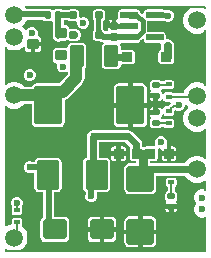
<source format=gtl>
G04*
G04 #@! TF.GenerationSoftware,Altium Limited,Altium Designer,24.1.2 (44)*
G04*
G04 Layer_Physical_Order=1*
G04 Layer_Color=255*
%FSLAX25Y25*%
%MOIN*%
G70*
G04*
G04 #@! TF.SameCoordinates,64876319-8F7E-4D7F-B011-834D707076D5*
G04*
G04*
G04 #@! TF.FilePolarity,Positive*
G04*
G01*
G75*
%ADD12C,0.00787*%
%ADD14C,0.01968*%
%ADD15C,0.01575*%
G04:AMPARAMS|DCode=19|XSize=86.61mil|YSize=90.55mil|CornerRadius=8.66mil|HoleSize=0mil|Usage=FLASHONLY|Rotation=270.000|XOffset=0mil|YOffset=0mil|HoleType=Round|Shape=RoundedRectangle|*
%AMROUNDEDRECTD19*
21,1,0.08661,0.07323,0,0,270.0*
21,1,0.06929,0.09055,0,0,270.0*
1,1,0.01732,-0.03661,-0.03465*
1,1,0.01732,-0.03661,0.03465*
1,1,0.01732,0.03661,0.03465*
1,1,0.01732,0.03661,-0.03465*
%
%ADD19ROUNDEDRECTD19*%
G04:AMPARAMS|DCode=20|XSize=94.49mil|YSize=129.92mil|CornerRadius=9.45mil|HoleSize=0mil|Usage=FLASHONLY|Rotation=0.000|XOffset=0mil|YOffset=0mil|HoleType=Round|Shape=RoundedRectangle|*
%AMROUNDEDRECTD20*
21,1,0.09449,0.11102,0,0,0.0*
21,1,0.07559,0.12992,0,0,0.0*
1,1,0.01890,0.03780,-0.05551*
1,1,0.01890,-0.03780,-0.05551*
1,1,0.01890,-0.03780,0.05551*
1,1,0.01890,0.03780,0.05551*
%
%ADD20ROUNDEDRECTD20*%
G04:AMPARAMS|DCode=21|XSize=74.8mil|YSize=98.43mil|CornerRadius=7.48mil|HoleSize=0mil|Usage=FLASHONLY|Rotation=0.000|XOffset=0mil|YOffset=0mil|HoleType=Round|Shape=RoundedRectangle|*
%AMROUNDEDRECTD21*
21,1,0.07480,0.08346,0,0,0.0*
21,1,0.05984,0.09843,0,0,0.0*
1,1,0.01496,0.02992,-0.04173*
1,1,0.01496,-0.02992,-0.04173*
1,1,0.01496,-0.02992,0.04173*
1,1,0.01496,0.02992,0.04173*
%
%ADD21ROUNDEDRECTD21*%
G04:AMPARAMS|DCode=22|XSize=78.74mil|YSize=66.93mil|CornerRadius=6.69mil|HoleSize=0mil|Usage=FLASHONLY|Rotation=180.000|XOffset=0mil|YOffset=0mil|HoleType=Round|Shape=RoundedRectangle|*
%AMROUNDEDRECTD22*
21,1,0.07874,0.05354,0,0,180.0*
21,1,0.06535,0.06693,0,0,180.0*
1,1,0.01339,-0.03268,0.02677*
1,1,0.01339,0.03268,0.02677*
1,1,0.01339,0.03268,-0.02677*
1,1,0.01339,-0.03268,-0.02677*
%
%ADD22ROUNDEDRECTD22*%
G04:AMPARAMS|DCode=23|XSize=35.43mil|YSize=37.4mil|CornerRadius=3.54mil|HoleSize=0mil|Usage=FLASHONLY|Rotation=90.000|XOffset=0mil|YOffset=0mil|HoleType=Round|Shape=RoundedRectangle|*
%AMROUNDEDRECTD23*
21,1,0.03543,0.03032,0,0,90.0*
21,1,0.02835,0.03740,0,0,90.0*
1,1,0.00709,0.01516,0.01417*
1,1,0.00709,0.01516,-0.01417*
1,1,0.00709,-0.01516,-0.01417*
1,1,0.00709,-0.01516,0.01417*
%
%ADD23ROUNDEDRECTD23*%
G04:AMPARAMS|DCode=24|XSize=35.43mil|YSize=37.4mil|CornerRadius=3.54mil|HoleSize=0mil|Usage=FLASHONLY|Rotation=90.000|XOffset=0mil|YOffset=0mil|HoleType=Round|Shape=RoundedRectangle|*
%AMROUNDEDRECTD24*
21,1,0.03543,0.03032,0,0,90.0*
21,1,0.02835,0.03740,0,0,90.0*
1,1,0.00709,0.01516,0.01417*
1,1,0.00709,0.01516,-0.01417*
1,1,0.00709,-0.01516,-0.01417*
1,1,0.00709,-0.01516,0.01417*
%
%ADD24ROUNDEDRECTD24*%
G04:AMPARAMS|DCode=25|XSize=21.65mil|YSize=57.09mil|CornerRadius=2.17mil|HoleSize=0mil|Usage=FLASHONLY|Rotation=270.000|XOffset=0mil|YOffset=0mil|HoleType=Round|Shape=RoundedRectangle|*
%AMROUNDEDRECTD25*
21,1,0.02165,0.05276,0,0,270.0*
21,1,0.01732,0.05709,0,0,270.0*
1,1,0.00433,-0.02638,-0.00866*
1,1,0.00433,-0.02638,0.00866*
1,1,0.00433,0.02638,0.00866*
1,1,0.00433,0.02638,-0.00866*
%
%ADD25ROUNDEDRECTD25*%
G04:AMPARAMS|DCode=26|XSize=21.65mil|YSize=57.09mil|CornerRadius=2.17mil|HoleSize=0mil|Usage=FLASHONLY|Rotation=270.000|XOffset=0mil|YOffset=0mil|HoleType=Round|Shape=RoundedRectangle|*
%AMROUNDEDRECTD26*
21,1,0.02165,0.05276,0,0,270.0*
21,1,0.01732,0.05709,0,0,270.0*
1,1,0.00433,-0.02638,-0.00866*
1,1,0.00433,-0.02638,0.00866*
1,1,0.00433,0.02638,0.00866*
1,1,0.00433,0.02638,-0.00866*
%
%ADD26ROUNDEDRECTD26*%
G04:AMPARAMS|DCode=27|XSize=35.83mil|YSize=33.47mil|CornerRadius=3.35mil|HoleSize=0mil|Usage=FLASHONLY|Rotation=0.000|XOffset=0mil|YOffset=0mil|HoleType=Round|Shape=RoundedRectangle|*
%AMROUNDEDRECTD27*
21,1,0.03583,0.02677,0,0,0.0*
21,1,0.02913,0.03347,0,0,0.0*
1,1,0.00669,0.01457,-0.01339*
1,1,0.00669,-0.01457,-0.01339*
1,1,0.00669,-0.01457,0.01339*
1,1,0.00669,0.01457,0.01339*
%
%ADD27ROUNDEDRECTD27*%
G04:AMPARAMS|DCode=28|XSize=70.87mil|YSize=45.28mil|CornerRadius=4.53mil|HoleSize=0mil|Usage=FLASHONLY|Rotation=90.000|XOffset=0mil|YOffset=0mil|HoleType=Round|Shape=RoundedRectangle|*
%AMROUNDEDRECTD28*
21,1,0.07087,0.03622,0,0,90.0*
21,1,0.06181,0.04528,0,0,90.0*
1,1,0.00906,0.01811,0.03091*
1,1,0.00906,0.01811,-0.03091*
1,1,0.00906,-0.01811,-0.03091*
1,1,0.00906,-0.01811,0.03091*
%
%ADD28ROUNDEDRECTD28*%
G04:AMPARAMS|DCode=29|XSize=33.47mil|YSize=33.47mil|CornerRadius=3.35mil|HoleSize=0mil|Usage=FLASHONLY|Rotation=0.000|XOffset=0mil|YOffset=0mil|HoleType=Round|Shape=RoundedRectangle|*
%AMROUNDEDRECTD29*
21,1,0.03347,0.02677,0,0,0.0*
21,1,0.02677,0.03347,0,0,0.0*
1,1,0.00669,0.01339,-0.01339*
1,1,0.00669,-0.01339,-0.01339*
1,1,0.00669,-0.01339,0.01339*
1,1,0.00669,0.01339,0.01339*
%
%ADD29ROUNDEDRECTD29*%
G04:AMPARAMS|DCode=30|XSize=15.75mil|YSize=19.68mil|CornerRadius=1.58mil|HoleSize=0mil|Usage=FLASHONLY|Rotation=270.000|XOffset=0mil|YOffset=0mil|HoleType=Round|Shape=RoundedRectangle|*
%AMROUNDEDRECTD30*
21,1,0.01575,0.01654,0,0,270.0*
21,1,0.01260,0.01968,0,0,270.0*
1,1,0.00315,-0.00827,-0.00630*
1,1,0.00315,-0.00827,0.00630*
1,1,0.00315,0.00827,0.00630*
1,1,0.00315,0.00827,-0.00630*
%
%ADD30ROUNDEDRECTD30*%
G04:AMPARAMS|DCode=31|XSize=23.62mil|YSize=23.62mil|CornerRadius=2.36mil|HoleSize=0mil|Usage=FLASHONLY|Rotation=90.000|XOffset=0mil|YOffset=0mil|HoleType=Round|Shape=RoundedRectangle|*
%AMROUNDEDRECTD31*
21,1,0.02362,0.01890,0,0,90.0*
21,1,0.01890,0.02362,0,0,90.0*
1,1,0.00472,0.00945,0.00945*
1,1,0.00472,0.00945,-0.00945*
1,1,0.00472,-0.00945,-0.00945*
1,1,0.00472,-0.00945,0.00945*
%
%ADD31ROUNDEDRECTD31*%
G04:AMPARAMS|DCode=32|XSize=19.68mil|YSize=23.62mil|CornerRadius=1.97mil|HoleSize=0mil|Usage=FLASHONLY|Rotation=0.000|XOffset=0mil|YOffset=0mil|HoleType=Round|Shape=RoundedRectangle|*
%AMROUNDEDRECTD32*
21,1,0.01968,0.01968,0,0,0.0*
21,1,0.01575,0.02362,0,0,0.0*
1,1,0.00394,0.00787,-0.00984*
1,1,0.00394,-0.00787,-0.00984*
1,1,0.00394,-0.00787,0.00984*
1,1,0.00394,0.00787,0.00984*
%
%ADD32ROUNDEDRECTD32*%
G04:AMPARAMS|DCode=33|XSize=19.68mil|YSize=23.62mil|CornerRadius=1.97mil|HoleSize=0mil|Usage=FLASHONLY|Rotation=270.000|XOffset=0mil|YOffset=0mil|HoleType=Round|Shape=RoundedRectangle|*
%AMROUNDEDRECTD33*
21,1,0.01968,0.01968,0,0,270.0*
21,1,0.01575,0.02362,0,0,270.0*
1,1,0.00394,-0.00984,-0.00787*
1,1,0.00394,-0.00984,0.00787*
1,1,0.00394,0.00984,0.00787*
1,1,0.00394,0.00984,-0.00787*
%
%ADD33ROUNDEDRECTD33*%
%ADD51O,0.00787X0.05906*%
%ADD52O,0.00787X0.03937*%
%ADD53O,0.00787X0.40158*%
%ADD54O,0.66929X0.00787*%
%ADD55O,0.00787X0.18898*%
%ADD56O,0.00787X0.10236*%
%ADD57O,0.00787X0.12992*%
%ADD58O,0.60630X0.00787*%
%ADD59O,0.00787X0.01181*%
%ADD60C,0.02362*%
%ADD61C,0.03150*%
%ADD62C,0.03937*%
%ADD63C,0.02756*%
%ADD64C,0.02362*%
%ADD65C,0.05906*%
G36*
X62081Y81299D02*
X61196Y80788D01*
X60353Y79945D01*
X59757Y78913D01*
X59449Y77761D01*
Y76569D01*
X59757Y75418D01*
X60353Y74385D01*
X61196Y73542D01*
X62229Y72946D01*
X63380Y72638D01*
X64572D01*
X65724Y72946D01*
X66339Y73301D01*
X66929Y72960D01*
Y56174D01*
X66339Y55833D01*
X65724Y56187D01*
X64572Y56496D01*
X63380D01*
X62229Y56187D01*
X61196Y55591D01*
X60353Y54748D01*
X59757Y53716D01*
X59520Y52831D01*
X56127D01*
X56032Y52973D01*
X55719Y53182D01*
X55351Y53255D01*
X53697D01*
X53329Y53182D01*
X53016Y52973D01*
X52845Y52716D01*
X52803Y52714D01*
X52254Y52843D01*
X52178Y53227D01*
X51960Y53552D01*
Y53944D01*
X52409Y54444D01*
X53077D01*
X53329Y54276D01*
X53697Y54202D01*
X55351D01*
X55719Y54276D01*
X56032Y54484D01*
X56241Y54797D01*
X56314Y55166D01*
Y56425D01*
X56241Y56794D01*
X56032Y57107D01*
X55719Y57315D01*
X55351Y57389D01*
X53697D01*
X53329Y57315D01*
X53016Y57107D01*
X52846Y56852D01*
X52123D01*
X51960Y57096D01*
X51635Y57313D01*
X51251Y57390D01*
X49282D01*
X48898Y57313D01*
X48572Y57096D01*
X48355Y56770D01*
X48279Y56386D01*
Y54811D01*
X48355Y54427D01*
X48572Y54102D01*
Y53552D01*
X48355Y53227D01*
X48279Y52843D01*
D01*
X50266D01*
Y52055D01*
X51054D01*
Y50264D01*
X51251D01*
X51635Y50341D01*
X51960Y50558D01*
X52165Y50865D01*
X52253Y50879D01*
X52772Y50842D01*
X52807Y50663D01*
X53016Y50350D01*
X53329Y50142D01*
X53697Y50068D01*
X55137D01*
X55143Y50062D01*
X55350Y49478D01*
X54414Y48542D01*
X53697D01*
X53329Y48469D01*
X53016Y48260D01*
X52807Y47947D01*
X52772Y47768D01*
X52253Y47732D01*
X52165Y47746D01*
X51960Y48052D01*
X51635Y48270D01*
X51251Y48346D01*
X51054D01*
Y46555D01*
X50266D01*
Y45768D01*
X48279D01*
X48355Y45384D01*
X48572Y45058D01*
Y44509D01*
X48355Y44183D01*
X48279Y43799D01*
Y42224D01*
X48355Y41840D01*
X48572Y41515D01*
X48898Y41297D01*
X49282Y41221D01*
X51251D01*
X51635Y41297D01*
X51960Y41515D01*
X52090Y41709D01*
X52879D01*
X53016Y41504D01*
X53329Y41295D01*
X53697Y41222D01*
X55351D01*
X55719Y41295D01*
X56032Y41504D01*
X56241Y41816D01*
X56314Y42185D01*
Y43445D01*
X56241Y43813D01*
X56032Y44126D01*
X55719Y44335D01*
X55351Y44408D01*
X53697D01*
X53329Y44335D01*
X53016Y44126D01*
X53010Y44118D01*
X52191D01*
X52178Y44183D01*
X51960Y44509D01*
Y45058D01*
X52178Y45384D01*
X52254Y45768D01*
X52803Y45897D01*
X52845Y45894D01*
X53016Y45638D01*
X53329Y45429D01*
X53697Y45355D01*
X55351D01*
X55719Y45429D01*
X56032Y45638D01*
X56241Y45950D01*
X56314Y46319D01*
Y46957D01*
X56643Y47245D01*
X56779Y47339D01*
X57482Y47047D01*
X58266D01*
X58989Y47347D01*
X59543Y47901D01*
X59842Y48624D01*
Y48893D01*
X60109Y49047D01*
X60433Y49109D01*
X60913Y48629D01*
X61132Y48228D01*
X60913Y47827D01*
X60353Y47268D01*
X59757Y46236D01*
X59449Y45084D01*
Y43892D01*
X59757Y42741D01*
X60353Y41708D01*
X61196Y40865D01*
X62229Y40269D01*
X63380Y39961D01*
X64572D01*
X65724Y40269D01*
X66339Y40624D01*
X66929Y40283D01*
Y31764D01*
X66339Y31423D01*
X65724Y31778D01*
X64572Y32087D01*
X63380D01*
X62229Y31778D01*
X61196Y31182D01*
X60353Y30339D01*
X59846Y29461D01*
X49025D01*
X48740Y29517D01*
X48398D01*
Y30195D01*
X49764D01*
X50202Y30282D01*
X50573Y30530D01*
X50821Y30901D01*
X50908Y31339D01*
Y34016D01*
X50870Y34209D01*
X51345Y34651D01*
X51633Y34532D01*
X51664D01*
X52163Y34016D01*
Y33465D01*
X53858D01*
Y35730D01*
X53844Y35750D01*
X53993Y36109D01*
Y36892D01*
X53693Y37615D01*
X53139Y38169D01*
X52416Y38469D01*
X51633D01*
X50909Y38169D01*
X50355Y37615D01*
X50056Y36892D01*
Y36109D01*
X50238Y35667D01*
X49820Y35149D01*
X49764Y35160D01*
X47087D01*
X46714Y35086D01*
X45766D01*
X45761Y35087D01*
Y35813D01*
X45608Y36581D01*
X45173Y37232D01*
X42403Y40002D01*
X41752Y40437D01*
X40984Y40590D01*
X29550D01*
X29240Y40528D01*
X29135D01*
X29038Y40488D01*
X28782Y40437D01*
X28564Y40292D01*
X28412Y40228D01*
X28295Y40112D01*
X28130Y40002D01*
X27907Y39779D01*
X27472Y39127D01*
X27319Y38359D01*
Y31289D01*
X26921Y31210D01*
X26413Y30871D01*
X26073Y30363D01*
X25954Y29764D01*
Y21417D01*
X26073Y20818D01*
X26413Y20310D01*
X26921Y19971D01*
X26934Y19968D01*
Y19287D01*
X26772Y18895D01*
Y18112D01*
X27071Y17389D01*
X27625Y16835D01*
X28349Y16535D01*
X29132D01*
X29855Y16835D01*
X30409Y17389D01*
X30709Y18112D01*
Y18895D01*
X30547Y19287D01*
Y19852D01*
X33504D01*
X34103Y19971D01*
X34611Y20310D01*
X34950Y20818D01*
X35069Y21417D01*
Y29764D01*
X34950Y30363D01*
X34611Y30871D01*
X34103Y31210D01*
X33504Y31329D01*
X31334D01*
Y36576D01*
X40153D01*
X41747Y34982D01*
Y34584D01*
X41660Y34454D01*
X41572Y34016D01*
Y31339D01*
X41660Y30901D01*
X41908Y30530D01*
X42279Y30282D01*
X42717Y30195D01*
X43581D01*
Y29517D01*
X41417D01*
X40772Y29389D01*
X40225Y29024D01*
X39860Y28477D01*
X39731Y27831D01*
Y20902D01*
X39860Y20257D01*
X40225Y19710D01*
X40772Y19345D01*
X41417Y19216D01*
X48740D01*
X49385Y19345D01*
X49932Y19710D01*
X50298Y20257D01*
X50426Y20902D01*
Y25447D01*
X59968D01*
X60353Y24779D01*
X61196Y23936D01*
X62229Y23340D01*
X63380Y23031D01*
X64572D01*
X65724Y23340D01*
X66339Y23695D01*
X66929Y23354D01*
Y21258D01*
X66339Y20805D01*
X66111Y20866D01*
X65385D01*
X64684Y20678D01*
X64056Y20315D01*
X63543Y19802D01*
X63180Y19174D01*
X62992Y18473D01*
Y17747D01*
X63180Y17047D01*
X63543Y16418D01*
X63819Y16142D01*
X63543Y15865D01*
X63180Y15237D01*
X62992Y14536D01*
Y13810D01*
X63180Y13110D01*
X63543Y12481D01*
X64056Y11968D01*
X64684Y11605D01*
X65385Y11417D01*
X66111D01*
X66339Y11478D01*
X66929Y11025D01*
Y0D01*
X5006D01*
X4848Y591D01*
X5733Y1101D01*
X6576Y1944D01*
X7172Y2977D01*
X7480Y4128D01*
Y5320D01*
X7172Y6472D01*
X6576Y7504D01*
X5733Y8347D01*
X5644Y8727D01*
X5686Y8789D01*
X5759Y9158D01*
Y10418D01*
X5686Y10786D01*
X5477Y11099D01*
X5164Y11308D01*
X4795Y11381D01*
X3142D01*
X2773Y11308D01*
X2461Y11099D01*
X2252Y10786D01*
X2179Y10418D01*
Y9204D01*
X1205Y8943D01*
X591Y8589D01*
X0Y8929D01*
Y47960D01*
X591Y48301D01*
X1205Y47946D01*
X2357Y47638D01*
X3549D01*
X4700Y47946D01*
X5733Y48542D01*
X6576Y49385D01*
X6576Y49386D01*
X8844D01*
Y43268D01*
X8979Y42592D01*
X9361Y42019D01*
X9934Y41636D01*
X10610Y41502D01*
X18169D01*
X18845Y41636D01*
X19418Y42019D01*
X19801Y42592D01*
X19936Y43268D01*
Y50681D01*
X20560Y50939D01*
X21136Y51381D01*
X25714Y55959D01*
X26155Y56534D01*
X26433Y57205D01*
X26528Y57924D01*
Y61092D01*
X26748Y61239D01*
X27023Y61649D01*
X27119Y62133D01*
Y68314D01*
X27023Y68798D01*
X26748Y69208D01*
X26338Y69482D01*
X25854Y69579D01*
X22232D01*
X21748Y69482D01*
X21338Y69208D01*
X21064Y68798D01*
X20991Y68431D01*
X20843Y68287D01*
X20718Y68201D01*
X20377Y68046D01*
X20112Y68099D01*
X17080D01*
X16635Y68010D01*
X16257Y67758D01*
X16005Y67380D01*
X15916Y66935D01*
Y64100D01*
X16005Y63655D01*
X16257Y63277D01*
X16635Y63025D01*
X17080Y62936D01*
X17094D01*
X17489Y62346D01*
X17415Y62169D01*
Y61386D01*
X17715Y60663D01*
X18269Y60109D01*
X18992Y59809D01*
X19775D01*
X20378Y60058D01*
X20968Y59807D01*
Y59076D01*
X18029Y56136D01*
X10610D01*
X9934Y56002D01*
X9361Y55619D01*
X8979Y55046D01*
X8958Y54945D01*
X6576D01*
X6576Y54945D01*
X5733Y55788D01*
X4700Y56384D01*
X3549Y56693D01*
X2357D01*
X1205Y56384D01*
X591Y56029D01*
X0Y56371D01*
Y67448D01*
X591Y67789D01*
X1205Y67435D01*
X2357Y67126D01*
X3549D01*
X4700Y67435D01*
X5733Y68031D01*
X6074Y68372D01*
X6664Y68127D01*
Y67840D01*
X6753Y67395D01*
X7005Y67017D01*
X7383Y66765D01*
X7828Y66676D01*
X8557D01*
Y69258D01*
X9344D01*
Y70045D01*
X12024D01*
Y70675D01*
X11935Y71121D01*
X11683Y71498D01*
X11305Y71751D01*
X11288Y71754D01*
X10919Y72407D01*
X11001Y72606D01*
Y73390D01*
X10702Y74113D01*
X10148Y74667D01*
X9425Y74967D01*
X8641D01*
X7918Y74667D01*
X7414Y74163D01*
X7097Y74096D01*
X6783Y74075D01*
X6576Y74433D01*
X6106Y74904D01*
X5750Y75295D01*
X6106Y75687D01*
X6576Y76157D01*
X7172Y77189D01*
X7209Y77328D01*
X12712D01*
X12768Y77243D01*
X13094Y77026D01*
X13478Y76949D01*
X15053D01*
X15412Y77021D01*
X15441Y77023D01*
X16002Y76693D01*
Y74848D01*
X15916Y74415D01*
Y71581D01*
X16005Y71135D01*
X16257Y70758D01*
X16489Y70602D01*
X16531Y70540D01*
X17117Y70148D01*
X17809Y70011D01*
X18500Y70148D01*
X18902Y70417D01*
X20112D01*
X20557Y70505D01*
X20903Y70736D01*
X20955Y70726D01*
X21294Y70500D01*
X21693Y70420D01*
X22632D01*
X23013Y70262D01*
X23796D01*
X24520Y70562D01*
X25074Y71116D01*
X25373Y71839D01*
Y72622D01*
X25074Y73346D01*
X24520Y73900D01*
X24422Y73940D01*
X24321Y74092D01*
X23982Y74318D01*
X23583Y74397D01*
X21693D01*
X21276Y74415D01*
X21187Y74861D01*
X20935Y75239D01*
X20557Y75491D01*
X20112Y75579D01*
X19615D01*
Y77131D01*
X20950D01*
X20955Y77124D01*
X21294Y76897D01*
X21693Y76818D01*
X23540D01*
X23601Y76800D01*
X24086Y76316D01*
Y75871D01*
X24386Y75147D01*
X24939Y74594D01*
X25663Y74294D01*
X26446D01*
X27169Y74594D01*
X27723Y75147D01*
X28023Y75871D01*
Y76654D01*
X27723Y77378D01*
X27169Y77931D01*
X26446Y78231D01*
X25663D01*
X25217Y78046D01*
X24629Y78389D01*
X24626Y78392D01*
Y79751D01*
X24547Y80151D01*
X24321Y80489D01*
X23982Y80716D01*
X23583Y80795D01*
X21693D01*
X21433Y80743D01*
X19137D01*
X18980Y80848D01*
X18596Y80925D01*
X17021D01*
X16637Y80848D01*
X16312Y80631D01*
X15762D01*
X15437Y80848D01*
X15053Y80925D01*
X14343D01*
X14265Y80940D01*
X7245D01*
X7000Y81364D01*
X7304Y81890D01*
X61923D01*
X62081Y81299D01*
D02*
G37*
%LPC*%
G36*
X52533Y80827D02*
X47257D01*
X46866Y80749D01*
X46534Y80527D01*
X46312Y80195D01*
X46234Y79803D01*
Y79473D01*
X45688Y79247D01*
X45158Y79777D01*
X45088Y79824D01*
X45014Y80195D01*
X44792Y80527D01*
X44460Y80749D01*
X44068Y80827D01*
X38793D01*
X38401Y80749D01*
X38069Y80527D01*
X37847Y80195D01*
X37769Y79803D01*
Y78071D01*
X37800Y77914D01*
X37401Y77446D01*
X37343Y77416D01*
X37257Y77433D01*
X37100D01*
Y75444D01*
X36313D01*
Y74657D01*
X34324D01*
Y74499D01*
X34403Y74100D01*
X34087Y73510D01*
X33435D01*
X33212Y73733D01*
X33208Y73753D01*
X32982Y74092D01*
X32714Y74271D01*
Y76945D01*
X32982Y77124D01*
X33208Y77462D01*
X33288Y77861D01*
Y79751D01*
X33208Y80151D01*
X32982Y80489D01*
X32643Y80716D01*
X32244Y80795D01*
X30354D01*
X29955Y80716D01*
X29616Y80489D01*
X29390Y80151D01*
X29311Y79751D01*
Y77861D01*
X29390Y77462D01*
X29503Y77293D01*
Y73922D01*
X29390Y73753D01*
X29311Y73354D01*
Y71464D01*
X29390Y71065D01*
X29616Y70726D01*
X29955Y70500D01*
X30354Y70420D01*
X31419D01*
X31995Y70035D01*
X32686Y69898D01*
X32724D01*
X32903Y69307D01*
X32756Y69208D01*
X32481Y68798D01*
X32385Y68314D01*
Y62133D01*
X32481Y61649D01*
X32756Y61239D01*
X33166Y60965D01*
X33650Y60869D01*
X37272D01*
X37756Y60965D01*
X38166Y61239D01*
X38440Y61649D01*
X38521Y62057D01*
X38603Y62173D01*
X39127Y62487D01*
X39298Y62453D01*
X42211D01*
X42649Y62540D01*
X43020Y62788D01*
X43268Y63159D01*
X43355Y63597D01*
Y66274D01*
X43268Y66712D01*
X43020Y67083D01*
X42649Y67331D01*
X42211Y67418D01*
X39298D01*
X39127Y67384D01*
X38536Y67771D01*
Y68314D01*
X38440Y68798D01*
X38248Y69085D01*
X38254Y69119D01*
X38507Y69569D01*
X38550Y69615D01*
X38793Y69567D01*
X44068D01*
X44460Y69645D01*
X44792Y69867D01*
X45014Y70199D01*
X45071Y70483D01*
X45271Y70617D01*
X45688Y71034D01*
X46234Y70808D01*
Y70591D01*
X46312Y70199D01*
X46534Y69867D01*
X46866Y69645D01*
X47257Y69567D01*
X51653D01*
X52027Y69110D01*
X51952Y68732D01*
Y67351D01*
X51852Y67331D01*
X51481Y67083D01*
X51233Y66712D01*
X51146Y66274D01*
Y63597D01*
X51233Y63159D01*
X51481Y62788D01*
X51852Y62540D01*
X52290Y62453D01*
X55203D01*
X55641Y62540D01*
X56012Y62788D01*
X56260Y63159D01*
X56347Y63597D01*
Y64853D01*
X56368Y64955D01*
Y68732D01*
X56200Y69577D01*
X55721Y70293D01*
X55005Y70772D01*
X54160Y70940D01*
X54013Y70911D01*
X53557Y71285D01*
Y72323D01*
X53479Y72715D01*
X53257Y73047D01*
X52925Y73269D01*
X52533Y73347D01*
X47572D01*
X47465Y73477D01*
Y76805D01*
X47465Y76805D01*
X47664Y77047D01*
X52533D01*
X52925Y77125D01*
X53067Y77220D01*
X53216Y77071D01*
X53939Y76772D01*
X54722D01*
X55446Y77071D01*
X55999Y77625D01*
X56299Y78349D01*
Y79132D01*
X55999Y79855D01*
X55446Y80409D01*
X54722Y80709D01*
X53939D01*
X53310Y80448D01*
X53257Y80527D01*
X52925Y80749D01*
X52533Y80827D01*
D02*
G37*
G36*
X35525Y77433D02*
X35368D01*
X34968Y77353D01*
X34630Y77127D01*
X34403Y76789D01*
X34324Y76389D01*
Y76232D01*
X35525D01*
Y77433D01*
D02*
G37*
G36*
X12024Y68471D02*
X10131D01*
Y66676D01*
X10860D01*
X11305Y66765D01*
X11683Y67017D01*
X11935Y67395D01*
X12024Y67840D01*
Y68471D01*
D02*
G37*
G36*
X8659Y60830D02*
X7876D01*
X7153Y60530D01*
X6599Y59976D01*
X6299Y59253D01*
Y58469D01*
X6599Y57746D01*
X7153Y57192D01*
X7876Y56893D01*
X8659D01*
X9383Y57192D01*
X9937Y57746D01*
X10236Y58469D01*
Y59253D01*
X9937Y59976D01*
X9383Y60530D01*
X8659Y60830D01*
D02*
G37*
G36*
X49479Y51268D02*
X48279D01*
X48355Y50884D01*
X48572Y50558D01*
X48898Y50341D01*
X49282Y50264D01*
X49479D01*
Y51268D01*
D02*
G37*
G36*
X45531Y56136D02*
X42539D01*
Y49606D01*
X47298D01*
Y54370D01*
X47163Y55046D01*
X46780Y55619D01*
X46207Y56002D01*
X45531Y56136D01*
D02*
G37*
G36*
X40965D02*
X37972D01*
X37297Y56002D01*
X36724Y55619D01*
X36341Y55046D01*
X36206Y54370D01*
Y49606D01*
X40965D01*
Y56136D01*
D02*
G37*
G36*
X49479Y48346D02*
X49282D01*
X48898Y48270D01*
X48572Y48052D01*
X48355Y47727D01*
X48279Y47343D01*
D01*
X49479D01*
Y48346D01*
D02*
G37*
G36*
X47298Y48031D02*
X42539D01*
Y41502D01*
X45531D01*
X46207Y41636D01*
X46780Y42019D01*
X47163Y42592D01*
X47298Y43268D01*
Y48031D01*
D02*
G37*
G36*
X40965D02*
X36206D01*
Y43268D01*
X36341Y42592D01*
X36724Y42019D01*
X37297Y41636D01*
X37972Y41502D01*
X40965D01*
Y48031D01*
D02*
G37*
G36*
X39173Y35160D02*
X38622D01*
Y33465D01*
X40317D01*
Y34016D01*
X40230Y34454D01*
X39982Y34825D01*
X39611Y35073D01*
X39173Y35160D01*
D02*
G37*
G36*
X55984D02*
X55433D01*
Y33465D01*
X57128D01*
Y34016D01*
X57041Y34454D01*
X56793Y34825D01*
X56422Y35073D01*
X55984Y35160D01*
D02*
G37*
G36*
X37047D02*
X36496D01*
X36058Y35073D01*
X35687Y34825D01*
X35439Y34454D01*
X35352Y34016D01*
Y33465D01*
X37047D01*
Y35160D01*
D02*
G37*
G36*
X57128Y31890D02*
X55433D01*
Y30195D01*
X55984D01*
X56422Y30282D01*
X56793Y30530D01*
X57041Y30901D01*
X57128Y31339D01*
Y31890D01*
D02*
G37*
G36*
X53858D02*
X52163D01*
Y31339D01*
X52250Y30901D01*
X52498Y30530D01*
X52869Y30282D01*
X53307Y30195D01*
X53858D01*
Y31890D01*
D02*
G37*
G36*
X40317D02*
X38622D01*
Y30195D01*
X39173D01*
X39611Y30282D01*
X39982Y30530D01*
X40230Y30901D01*
X40317Y31339D01*
Y31890D01*
D02*
G37*
G36*
X37047D02*
X35352D01*
Y31339D01*
X35439Y30901D01*
X35687Y30530D01*
X36058Y30282D01*
X36496Y30195D01*
X37047D01*
Y31890D01*
D02*
G37*
G36*
X17362Y31329D02*
X11378D01*
X10779Y31210D01*
X10271Y30871D01*
X9932Y30363D01*
X9851Y29958D01*
X9051D01*
X8659Y30120D01*
X7876D01*
X7153Y29820D01*
X6599Y29266D01*
X6299Y28543D01*
Y27760D01*
X6599Y27036D01*
X7153Y26482D01*
X7876Y26183D01*
X8659D01*
X9051Y26345D01*
X9812D01*
Y21417D01*
X9932Y20818D01*
X10271Y20310D01*
X10779Y19971D01*
X11378Y19852D01*
X12713D01*
Y11532D01*
X12699Y11530D01*
X12218Y11208D01*
X11896Y10726D01*
X11783Y10158D01*
Y4803D01*
X11896Y4235D01*
X12218Y3753D01*
X12699Y3431D01*
X13268Y3318D01*
X19803D01*
X20371Y3431D01*
X20853Y3753D01*
X21175Y4235D01*
X21288Y4803D01*
Y10158D01*
X21175Y10726D01*
X20853Y11208D01*
X20371Y11530D01*
X19803Y11643D01*
X16326D01*
Y19852D01*
X17362D01*
X17961Y19971D01*
X18469Y20310D01*
X18809Y20818D01*
X18928Y21417D01*
Y29764D01*
X18809Y30363D01*
X18469Y30871D01*
X17961Y31210D01*
X17362Y31329D01*
D02*
G37*
G36*
X56243Y24759D02*
X54590D01*
X54221Y24686D01*
X53908Y24477D01*
X53700Y24165D01*
X53626Y23796D01*
Y22536D01*
X53700Y22167D01*
X53908Y21855D01*
X54212Y21652D01*
Y20290D01*
X54048Y20257D01*
X53723Y20040D01*
X53505Y19714D01*
X53429Y19330D01*
Y17755D01*
X53505Y17371D01*
X53723Y17046D01*
Y16496D01*
X53505Y16171D01*
X53429Y15787D01*
D01*
X55416D01*
X57404D01*
X57328Y16171D01*
X57110Y16496D01*
Y17046D01*
X57328Y17371D01*
X57404Y17755D01*
Y19330D01*
X57328Y19714D01*
X57110Y20040D01*
X56785Y20257D01*
X56621Y20290D01*
Y21652D01*
X56924Y21855D01*
X57133Y22167D01*
X57207Y22536D01*
Y23796D01*
X57133Y24165D01*
X56924Y24477D01*
X56612Y24686D01*
X56243Y24759D01*
D02*
G37*
G36*
X57404Y14212D02*
X56204D01*
Y13208D01*
X56401D01*
X56785Y13285D01*
X57110Y13502D01*
X57328Y13828D01*
X57404Y14212D01*
D01*
D02*
G37*
G36*
X54629D02*
X53429D01*
X53505Y13828D01*
X53723Y13502D01*
X54048Y13285D01*
X54432Y13208D01*
X54629D01*
Y14212D01*
D02*
G37*
G36*
X4329Y18300D02*
X3545D01*
X2822Y18000D01*
X2268Y17447D01*
X1969Y16723D01*
Y15940D01*
X2268Y15217D01*
X2377Y15108D01*
X2252Y14920D01*
X2179Y14552D01*
Y13292D01*
X2252Y12923D01*
X2461Y12610D01*
X2773Y12402D01*
X3142Y12328D01*
X4795D01*
X5164Y12402D01*
X5477Y12610D01*
X5686Y12923D01*
X5759Y13292D01*
Y14552D01*
X5686Y14920D01*
X5535Y15146D01*
X5606Y15217D01*
X5906Y15940D01*
Y16723D01*
X5606Y17447D01*
X5052Y18000D01*
X4329Y18300D01*
D02*
G37*
G36*
X35551Y11643D02*
X33071D01*
Y8268D01*
X37036D01*
Y10158D01*
X36923Y10726D01*
X36601Y11208D01*
X36120Y11530D01*
X35551Y11643D01*
D02*
G37*
G36*
X31496D02*
X29016D01*
X28447Y11530D01*
X27966Y11208D01*
X27644Y10726D01*
X27531Y10158D01*
Y8268D01*
X31496D01*
Y11643D01*
D02*
G37*
G36*
X48740Y11801D02*
X45866D01*
Y7438D01*
X50426D01*
Y10115D01*
X50298Y10760D01*
X49932Y11307D01*
X49385Y11672D01*
X48740Y11801D01*
D02*
G37*
G36*
X44291D02*
X41417D01*
X40772Y11672D01*
X40225Y11307D01*
X39860Y10760D01*
X39731Y10115D01*
Y7438D01*
X44291D01*
Y11801D01*
D02*
G37*
G36*
X37036Y6693D02*
X33071D01*
Y3318D01*
X35551D01*
X36120Y3431D01*
X36601Y3753D01*
X36923Y4235D01*
X37036Y4803D01*
Y6693D01*
D02*
G37*
G36*
X31496D02*
X27531D01*
Y4803D01*
X27644Y4235D01*
X27966Y3753D01*
X28447Y3431D01*
X29016Y3318D01*
X31496D01*
Y6693D01*
D02*
G37*
G36*
X50426Y5863D02*
X45866D01*
Y1500D01*
X48740D01*
X49385Y1628D01*
X49932Y1994D01*
X50298Y2541D01*
X50426Y3186D01*
Y5863D01*
D02*
G37*
G36*
X44291D02*
X39731D01*
Y3186D01*
X39860Y2541D01*
X40225Y1994D01*
X40772Y1628D01*
X41417Y1500D01*
X44291D01*
Y5863D01*
D02*
G37*
%LPD*%
D12*
X56349Y48774D02*
X57633D01*
X57874Y49016D01*
X54524Y46949D02*
X54721D01*
X55115Y47343D01*
Y47539D01*
X56349Y48774D01*
X54559Y51626D02*
X64567D01*
X3953Y4642D02*
Y9772D01*
X50365Y42913D02*
X54426D01*
X54524Y42815D01*
X50266Y43012D02*
X50365Y42913D01*
X50414Y55648D02*
X54376D01*
X3937Y16332D02*
X3953Y16316D01*
Y13938D02*
Y16316D01*
Y13938D02*
X3969Y13922D01*
X55416Y18543D02*
Y23166D01*
Y27300D02*
X55515Y27398D01*
X3953Y9772D02*
X3969Y9788D01*
X3937Y4626D02*
X3953Y4642D01*
D14*
X11810Y28151D02*
X14370Y25591D01*
X8268Y28151D02*
X11810D01*
X14519Y8533D02*
Y21898D01*
X13190Y23227D02*
X14519Y21898D01*
X3740Y79134D02*
X14265D01*
X28740Y18504D02*
Y23819D01*
X14265Y78937D02*
Y79134D01*
X17809Y71817D02*
Y78937D01*
X22402D01*
X36313Y71507D02*
X36338Y71482D01*
X41405D01*
X41431Y71457D01*
X36116Y71704D02*
X36313Y71507D01*
X31194Y73196D02*
X32686Y71704D01*
X35328D01*
D15*
X54232Y78839D02*
X54331Y78740D01*
X49994Y78839D02*
X54232D01*
X49895Y78937D02*
X49994Y78839D01*
X23227Y72409D02*
X23405Y72231D01*
X22533Y72409D02*
X23227D01*
X31108Y73282D02*
X31194Y73196D01*
X31108Y73282D02*
Y78720D01*
X31194Y78806D01*
X36436Y75321D02*
X41307D01*
X36313Y75444D02*
X36436Y75321D01*
X41307D02*
X41431Y75197D01*
X44135Y71752D02*
X45860Y73476D01*
X41726Y71752D02*
X44135D01*
X45860Y73476D02*
Y76805D01*
X41431Y71457D02*
X41726Y71752D01*
X44023Y78642D02*
X45860Y76805D01*
X41431Y78937D02*
X41726Y78642D01*
X44023D01*
D19*
X45079Y24367D02*
D03*
Y6650D02*
D03*
D20*
X41752Y48819D02*
D03*
X14390D02*
D03*
D21*
X30512Y25591D02*
D03*
X14370D02*
D03*
D22*
X32283Y7480D02*
D03*
X16535D02*
D03*
D23*
X9344Y69258D02*
D03*
X18596Y65518D02*
D03*
D24*
X18596Y72998D02*
D03*
D25*
X41431Y78937D02*
D03*
D26*
X41431Y75197D02*
D03*
Y71457D02*
D03*
X49895D02*
D03*
Y78937D02*
D03*
D27*
X53747Y64936D02*
D03*
X40755D02*
D03*
D28*
X35461Y65224D02*
D03*
X24043D02*
D03*
D29*
X54646Y32677D02*
D03*
X48425D02*
D03*
X44055D02*
D03*
X37835D02*
D03*
D30*
X3969Y9788D02*
D03*
Y13922D02*
D03*
X54524Y51662D02*
D03*
Y55796D02*
D03*
Y46949D02*
D03*
Y42815D02*
D03*
X55416Y27300D02*
D03*
Y23166D02*
D03*
D31*
X36313Y71507D02*
D03*
Y75444D02*
D03*
X22638Y72409D02*
D03*
X31299D02*
D03*
X22638Y78806D02*
D03*
X31299D02*
D03*
D32*
X14265Y78937D02*
D03*
X17809D02*
D03*
D33*
X50266Y55599D02*
D03*
Y52055D02*
D03*
Y46555D02*
D03*
Y43012D02*
D03*
X55416Y14999D02*
D03*
Y18543D02*
D03*
D51*
X66535Y9055D02*
D03*
D52*
Y22047D02*
D03*
D53*
X394Y28543D02*
D03*
D54*
X33465Y394D02*
D03*
D55*
X66535Y64764D02*
D03*
D56*
Y35827D02*
D03*
D57*
X394Y62008D02*
D03*
D58*
X36614Y81496D02*
D03*
D59*
X394Y591D02*
D03*
X66535Y81299D02*
D03*
D60*
X47378Y27454D02*
X63871D01*
X63976Y27559D01*
X29326Y26776D02*
Y38359D01*
X29550Y38583D01*
X40984D01*
X43754Y32978D02*
Y35813D01*
Y32978D02*
X44055Y32677D01*
X40984Y38583D02*
X43754Y35813D01*
X29326Y26776D02*
X30512Y25591D01*
X35461Y65224D02*
X35605Y65080D01*
X41004D02*
X41148Y64936D01*
X35605Y65080D02*
X41004D01*
D61*
X45990Y25278D02*
Y32677D01*
X47638D01*
X44703D02*
X45990D01*
X45079Y24367D02*
X45990Y25278D01*
D62*
X14643Y50844D02*
X17146Y53347D01*
X19170D02*
X23748Y57924D01*
Y63649D01*
X17146Y53347D02*
X19170D01*
X14643Y48819D02*
Y50844D01*
X2953Y52165D02*
X11634D01*
X14390Y48819D02*
Y49409D01*
X11634Y52165D02*
X14390Y49409D01*
X23748Y63649D02*
X24022Y63923D01*
D63*
X54160Y64955D02*
Y68732D01*
X54140Y64936D02*
X54160Y64955D01*
D64*
X65748Y18110D02*
D03*
Y14173D02*
D03*
X54331Y78740D02*
D03*
X33922Y76362D02*
D03*
X26054Y76262D02*
D03*
X23405Y72231D02*
D03*
X57874Y49016D02*
D03*
X65345Y22029D02*
D03*
X52024Y36500D02*
D03*
X51575Y18110D02*
D03*
X58368Y32605D02*
D03*
X58376Y23754D02*
D03*
X29527Y38560D02*
D03*
X35415Y48539D02*
D03*
X32666Y32967D02*
D03*
X5512Y36417D02*
D03*
X9449Y33465D02*
D03*
X29851Y61535D02*
D03*
X51091Y13780D02*
D03*
X38406Y8262D02*
D03*
X58933Y15109D02*
D03*
X8206Y8193D02*
D03*
X10925Y1828D02*
D03*
X20669D02*
D03*
X55726Y2749D02*
D03*
X59699Y7054D02*
D03*
X51419Y48964D02*
D03*
X56693Y37402D02*
D03*
X62598Y35433D02*
D03*
Y70866D02*
D03*
X58661Y64961D02*
D03*
X62598Y59055D02*
D03*
X13118Y66649D02*
D03*
X4723Y64322D02*
D03*
X3543Y59055D02*
D03*
Y43307D02*
D03*
Y31496D02*
D03*
X5512Y25591D02*
D03*
X3543Y19685D02*
D03*
X9033Y72998D02*
D03*
X19384Y61778D02*
D03*
X10354Y12044D02*
D03*
X54205Y68777D02*
D03*
X38406Y1969D02*
D03*
X44882Y68110D02*
D03*
X3937Y16332D02*
D03*
X28740Y18504D02*
D03*
X33071Y58653D02*
D03*
X8268Y58861D02*
D03*
Y28151D02*
D03*
X43602Y57905D02*
D03*
X54724Y59055D02*
D03*
X55834Y10222D02*
D03*
X34343Y80425D02*
D03*
X22895Y8250D02*
D03*
X25197Y33465D02*
D03*
X29222Y1828D02*
D03*
X51844Y6538D02*
D03*
D65*
X2953Y71653D02*
D03*
Y4724D02*
D03*
Y52165D02*
D03*
X63976Y51968D02*
D03*
Y77165D02*
D03*
Y27559D02*
D03*
Y44488D02*
D03*
Y2953D02*
D03*
X2953Y78937D02*
D03*
M02*

</source>
